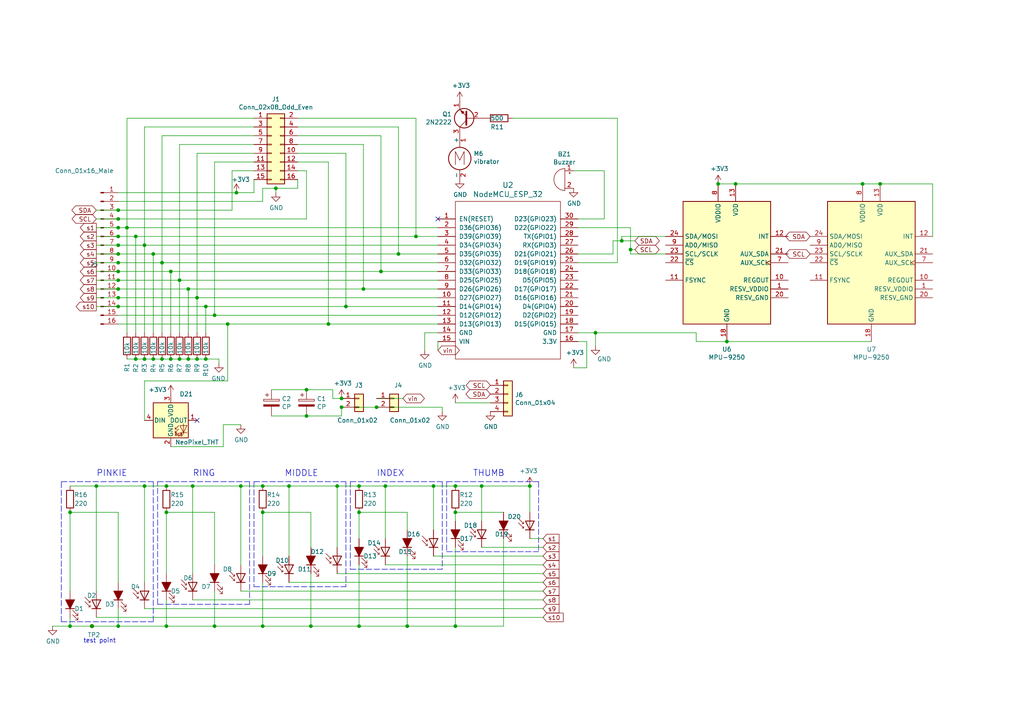
<source format=kicad_sch>
(kicad_sch (version 20211123) (generator eeschema)
  (paper "A4")
  (title_block (title "GUANTE METAVERSAL") (date "02/01/2022") (rev "V1.1"))
  (junction (at 255.27 53.34))
  (junction (at 90.17 181.61))
  (junction (at 34.29 86.36))
  (junction (at 59.69 104.14))
  (junction (at 153.67 140.97))
  (junction (at 34.29 88.9))
  (junction (at 104.14 181.61))
  (junction (at 57.15 86.36))
  (junction (at 34.29 71.12))
  (junction (at 172.72 96.52))
  (junction (at 111.76 140.97))
  (junction (at 46.99 104.14))
  (junction (at 132.08 148.59))
  (junction (at 99.06 118.11))
  (junction (at 20.32 148.59))
  (junction (at 39.37 68.58))
  (junction (at 139.7 140.97))
  (junction (at 41.91 104.14))
  (junction (at 132.08 140.97))
  (junction (at 36.83 66.04))
  (junction (at 49.53 78.74))
  (junction (at 57.15 104.14))
  (junction (at 100.33 88.9))
  (junction (at 344.17 57.15))
  (junction (at 55.88 140.97))
  (junction (at 68.58 55.88))
  (junction (at 66.04 93.98))
  (junction (at 180.34 69.85))
  (junction (at 417.83 63.5))
  (junction (at 34.29 60.96))
  (junction (at 210.82 99.06))
  (junction (at 34.29 66.04))
  (junction (at 34.29 81.28))
  (junction (at 95.25 93.98))
  (junction (at 110.49 78.74))
  (junction (at 41.91 140.97))
  (junction (at 120.65 68.58))
  (junction (at 76.2 181.61))
  (junction (at 34.29 181.61))
  (junction (at 52.07 81.28))
  (junction (at 54.61 104.14))
  (junction (at 88.9 113.03))
  (junction (at 34.29 73.66))
  (junction (at 97.79 140.97))
  (junction (at 34.29 76.2))
  (junction (at 88.9 120.65))
  (junction (at 39.37 104.14))
  (junction (at 48.26 181.61))
  (junction (at 115.57 73.66))
  (junction (at 125.73 140.97))
  (junction (at 118.11 181.61))
  (junction (at 59.69 88.9))
  (junction (at 62.23 91.44))
  (junction (at 34.29 83.82))
  (junction (at 54.61 83.82))
  (junction (at 182.88 72.39))
  (junction (at 62.23 181.61))
  (junction (at 208.28 53.34))
  (junction (at 105.41 83.82))
  (junction (at 250.19 53.34))
  (junction (at 44.45 73.66))
  (junction (at 104.14 148.59))
  (junction (at 41.91 71.12))
  (junction (at 52.07 104.14))
  (junction (at 34.29 78.74))
  (junction (at 435.61 63.5))
  (junction (at 80.01 54.61))
  (junction (at 104.14 140.97))
  (junction (at 213.36 53.34))
  (junction (at 76.2 140.97))
  (junction (at 99.06 115.57))
  (junction (at 27.94 140.97))
  (junction (at 76.2 148.59))
  (junction (at 48.26 148.59))
  (junction (at 46.99 76.2))
  (junction (at 48.26 140.97))
  (junction (at 49.53 104.14))
  (junction (at 34.29 63.5))
  (junction (at 109.22 118.11))
  (junction (at 44.45 104.14))
  (junction (at 341.63 59.69))
  (junction (at 20.32 181.61))
  (junction (at 400.05 63.5))
  (junction (at 26.67 181.61))
  (junction (at 69.85 140.97))
  (junction (at 344.17 64.77))
  (junction (at 83.82 140.97))
  (junction (at 132.08 181.61))
  (junction (at 34.29 68.58))
  (no_connect (at 57.15 121.92))
  (no_connect (at 127 63.5))
  (wire (pts (xy 48.26 140.97) (xy 41.91 140.97)))
  (wire (pts (xy 100.33 88.9) (xy 127 88.9)))
  (wire (pts (xy 48.26 166.37) (xy 48.26 148.59)))
  (wire (pts (xy 46.99 104.14) (xy 44.45 104.14)))
  (wire (pts (xy 46.99 39.37) (xy 46.99 76.2)))
  (wire (pts (xy 116.84 115.57) (xy 109.22 115.57)))
  (wire (pts (xy 48.26 181.61) (xy 62.23 181.61)))
  (wire (pts (xy 180.34 68.58) (xy 193.04 68.58)))
  (wire (pts (xy 309.88 64.77) (xy 317.5 64.77)))
  (wire (pts (xy 34.29 58.42) (xy 76.2 58.42)))
  (wire (pts (xy 20.32 179.07) (xy 20.32 181.61)))
  (wire (pts (xy 123.19 96.52) (xy 127 96.52)))
  (wire (pts (xy 167.64 96.52) (xy 172.72 96.52)))
  (wire (pts (xy 344.17 64.77) (xy 344.17 73.66)))
  (wire (pts (xy 57.15 86.36) (xy 127 86.36)))
  (wire (pts (xy 66.04 93.98) (xy 34.29 93.98)))
  (wire (pts (xy 132.08 181.61) (xy 146.05 181.61)))
  (wire (pts (xy 76.2 140.97) (xy 69.85 140.97)))
  (wire (pts (xy 55.88 140.97) (xy 48.26 140.97)))
  (wire (pts (xy 41.91 140.97) (xy 27.94 140.97)))
  (wire (pts (xy 59.69 88.9) (xy 100.33 88.9)))
  (wire (pts (xy 59.69 104.14) (xy 63.5 104.14)))
  (wire (pts (xy 34.29 71.12) (xy 41.91 71.12)))
  (wire (pts (xy 309.88 57.15) (xy 344.17 57.15)))
  (wire (pts (xy 36.83 66.04) (xy 127 66.04)))
  (wire (pts (xy 331.47 62.23) (xy 327.66 62.23)))
  (wire (pts (xy 49.53 129.54) (xy 64.77 129.54)))
  (wire (pts (xy 34.29 86.36) (xy 57.15 86.36)))
  (wire (pts (xy 27.94 179.07) (xy 157.48 179.07)))
  (wire (pts (xy 97.79 140.97) (xy 83.82 140.97)))
  (wire (pts (xy 110.49 78.74) (xy 127 78.74)))
  (wire (pts (xy 104.14 140.97) (xy 97.79 140.97)))
  (wire (pts (xy 167.64 99.06) (xy 170.18 99.06)))
  (wire (pts (xy 39.37 104.14) (xy 36.83 104.14)))
  (wire (pts (xy 36.83 66.04) (xy 36.83 96.52)))
  (wire (pts (xy 96.52 115.57) (xy 99.06 115.57)))
  (wire (pts (xy 139.7 158.75) (xy 157.48 158.75)))
  (wire (pts (xy 167.64 66.04) (xy 182.88 66.04)))
  (wire (pts (xy 132.08 140.97) (xy 125.73 140.97)))
  (wire (pts (xy 57.15 104.14) (xy 54.61 104.14)))
  (wire (pts (xy 34.29 83.82) (xy 27.94 83.82)))
  (wire (pts (xy 20.32 148.59) (xy 20.32 171.45)))
  (wire (pts (xy 26.67 181.61) (xy 34.29 181.61)))
  (wire (pts (xy 118.11 161.29) (xy 118.11 181.61)))
  (wire (pts (xy 172.72 96.52) (xy 201.93 96.52)))
  (wire (pts (xy 34.29 181.61) (xy 34.29 176.53)))
  (wire (pts (xy 34.29 66.04) (xy 27.94 66.04)))
  (wire (pts (xy 27.94 88.9) (xy 34.29 88.9)))
  (wire (pts (xy 86.36 52.07) (xy 86.36 54.61)))
  (wire (pts (xy 73.66 52.07) (xy 73.66 55.88)))
  (polyline (pts (xy 73.66 139.7) (xy 73.66 170.18)))
  (wire (pts (xy 111.76 140.97) (xy 104.14 140.97)))
  (wire (pts (xy 34.29 73.66) (xy 44.45 73.66)))
  (wire (pts (xy 184.15 72.39) (xy 182.88 72.39)))
  (wire (pts (xy 105.41 41.91) (xy 105.41 83.82)))
  (wire (pts (xy 27.94 86.36) (xy 34.29 86.36)))
  (wire (pts (xy 120.65 34.29) (xy 120.65 68.58)))
  (polyline (pts (xy 72.39 139.7) (xy 72.39 175.26)))
  (wire (pts (xy 177.8 73.66) (xy 167.64 73.66)))
  (polyline (pts (xy 73.66 139.7) (xy 100.33 139.7)))
  (polyline (pts (xy 45.72 175.26) (xy 72.39 175.26)))
  (wire (pts (xy 66.04 93.98) (xy 95.25 93.98)))
  (wire (pts (xy 180.34 69.85) (xy 180.34 68.58)))
  (wire (pts (xy 328.93 78.74) (xy 344.17 78.74)))
  (wire (pts (xy 86.36 39.37) (xy 110.49 39.37)))
  (wire (pts (xy 86.36 46.99) (xy 95.25 46.99)))
  (wire (pts (xy 80.01 54.61) (xy 80.01 55.88)))
  (wire (pts (xy 104.14 181.61) (xy 118.11 181.61)))
  (polyline (pts (xy 101.6 139.7) (xy 128.27 139.7)))
  (wire (pts (xy 62.23 91.44) (xy 127 91.44)))
  (wire (pts (xy 41.91 71.12) (xy 127 71.12)))
  (wire (pts (xy 328.93 67.31) (xy 328.93 78.74)))
  (wire (pts (xy 57.15 86.36) (xy 57.15 44.45)))
  (wire (pts (xy 104.14 148.59) (xy 118.11 148.59)))
  (wire (pts (xy 36.83 34.29) (xy 73.66 34.29)))
  (wire (pts (xy 110.49 39.37) (xy 110.49 78.74)))
  (wire (pts (xy 41.91 71.12) (xy 41.91 96.52)))
  (wire (pts (xy 76.2 148.59) (xy 90.17 148.59)))
  (wire (pts (xy 78.74 120.65) (xy 88.9 120.65)))
  (wire (pts (xy 34.29 181.61) (xy 48.26 181.61)))
  (wire (pts (xy 100.33 44.45) (xy 100.33 88.9)))
  (wire (pts (xy 349.25 64.77) (xy 344.17 64.77)))
  (wire (pts (xy 36.83 34.29) (xy 36.83 66.04)))
  (wire (pts (xy 76.2 181.61) (xy 90.17 181.61)))
  (wire (pts (xy 175.26 63.5) (xy 175.26 49.53)))
  (wire (pts (xy 96.52 113.03) (xy 96.52 115.57)))
  (wire (pts (xy 88.9 49.53) (xy 88.9 63.5)))
  (wire (pts (xy 182.88 66.04) (xy 182.88 72.39)))
  (wire (pts (xy 142.24 116.84) (xy 132.08 116.84)))
  (wire (pts (xy 69.85 171.45) (xy 157.48 171.45)))
  (wire (pts (xy 27.94 73.66) (xy 34.29 73.66)))
  (wire (pts (xy 55.88 173.99) (xy 157.48 173.99)))
  (wire (pts (xy 34.29 81.28) (xy 52.07 81.28)))
  (wire (pts (xy 55.88 166.37) (xy 55.88 140.97)))
  (wire (pts (xy 120.65 68.58) (xy 127 68.58)))
  (wire (pts (xy 208.28 53.34) (xy 213.36 53.34)))
  (wire (pts (xy 340.36 59.69) (xy 341.63 59.69)))
  (wire (pts (xy 139.7 140.97) (xy 153.67 140.97)))
  (wire (pts (xy 68.58 55.88) (xy 34.29 55.88)))
  (wire (pts (xy 34.29 78.74) (xy 49.53 78.74)))
  (wire (pts (xy 125.73 140.97) (xy 111.76 140.97)))
  (wire (pts (xy 73.66 49.53) (xy 67.31 49.53)))
  (wire (pts (xy 118.11 181.61) (xy 132.08 181.61)))
  (wire (pts (xy 139.7 151.13) (xy 139.7 140.97)))
  (wire (pts (xy 34.29 66.04) (xy 36.83 66.04)))
  (wire (pts (xy 83.82 161.29) (xy 83.82 140.97)))
  (wire (pts (xy 83.82 140.97) (xy 76.2 140.97)))
  (wire (pts (xy 166.37 49.53) (xy 175.26 49.53)))
  (wire (pts (xy 76.2 161.29) (xy 76.2 148.59)))
  (wire (pts (xy 69.85 140.97) (xy 55.88 140.97)))
  (wire (pts (xy 34.29 78.74) (xy 27.94 78.74)))
  (wire (pts (xy 41.91 71.12) (xy 41.91 36.83)))
  (wire (pts (xy 39.37 68.58) (xy 120.65 68.58)))
  (wire (pts (xy 182.88 73.66) (xy 182.88 72.39)))
  (wire (pts (xy 20.32 140.97) (xy 27.94 140.97)))
  (wire (pts (xy 167.64 76.2) (xy 179.07 76.2)))
  (wire (pts (xy 86.36 44.45) (xy 100.33 44.45)))
  (wire (pts (xy 177.8 73.66) (xy 177.8 69.85)))
  (wire (pts (xy 54.61 104.14) (xy 52.07 104.14)))
  (wire (pts (xy 88.9 113.03) (xy 78.74 113.03)))
  (wire (pts (xy 210.82 99.06) (xy 252.73 99.06)))
  (wire (pts (xy 49.53 78.74) (xy 49.53 96.52)))
  (wire (pts (xy 34.29 60.96) (xy 67.31 60.96)))
  (wire (pts (xy 111.76 156.21) (xy 111.76 140.97)))
  (wire (pts (xy 341.63 59.69) (xy 341.63 76.2)))
  (wire (pts (xy 46.99 76.2) (xy 127 76.2)))
  (wire (pts (xy 52.07 41.91) (xy 73.66 41.91)))
  (polyline (pts (xy 44.45 139.7) (xy 44.45 180.34)))
  (wire (pts (xy 52.07 81.28) (xy 52.07 96.52)))
  (wire (pts (xy 90.17 166.37) (xy 90.17 181.61)))
  (wire (pts (xy 167.64 63.5) (xy 175.26 63.5)))
  (polyline (pts (xy 17.78 180.34) (xy 17.78 139.7)))
  (wire (pts (xy 41.91 121.92) (xy 41.91 110.49)))
  (wire (pts (xy 66.04 93.98) (xy 66.04 110.49)))
  (wire (pts (xy 52.07 81.28) (xy 52.07 41.91)))
  (polyline (pts (xy 100.33 139.7) (xy 100.33 170.18)))
  (wire (pts (xy 62.23 163.83) (xy 62.23 148.59)))
  (wire (pts (xy 52.07 81.28) (xy 127 81.28)))
  (wire (pts (xy 90.17 181.61) (xy 104.14 181.61)))
  (wire (pts (xy 34.29 63.5) (xy 88.9 63.5)))
  (wire (pts (xy 27.94 63.5) (xy 34.29 63.5)))
  (wire (pts (xy 86.36 54.61) (xy 80.01 54.61)))
  (polyline (pts (xy 101.6 165.1) (xy 128.27 165.1)))
  (wire (pts (xy 170.18 106.68) (xy 170.18 99.06)))
  (wire (pts (xy 57.15 86.36) (xy 57.15 96.52)))
  (wire (pts (xy 111.76 163.83) (xy 157.48 163.83)))
  (wire (pts (xy 250.19 53.34) (xy 255.27 53.34)))
  (wire (pts (xy 20.32 181.61) (xy 26.67 181.61)))
  (wire (pts (xy 62.23 171.45) (xy 62.23 181.61)))
  (wire (pts (xy 105.41 83.82) (xy 127 83.82)))
  (wire (pts (xy 27.94 140.97) (xy 27.94 171.45)))
  (wire (pts (xy 41.91 36.83) (xy 73.66 36.83)))
  (polyline (pts (xy 156.21 139.7) (xy 156.21 160.02)))
  (wire (pts (xy 41.91 168.91) (xy 41.91 140.97)))
  (wire (pts (xy 435.61 63.5) (xy 453.39 63.5)))
  (wire (pts (xy 76.2 168.91) (xy 76.2 181.61)))
  (wire (pts (xy 153.67 148.59) (xy 153.67 140.97)))
  (wire (pts (xy 86.36 49.53) (xy 88.9 49.53)))
  (wire (pts (xy 344.17 57.15) (xy 344.17 64.77)))
  (wire (pts (xy 132.08 148.59) (xy 146.05 148.59)))
  (wire (pts (xy 34.29 83.82) (xy 54.61 83.82)))
  (wire (pts (xy 153.67 156.21) (xy 157.48 156.21)))
  (wire (pts (xy 68.58 55.88) (xy 73.66 55.88)))
  (wire (pts (xy 148.59 34.29) (xy 179.07 34.29)))
  (wire (pts (xy 99.06 120.65) (xy 99.06 118.11)))
  (wire (pts (xy 125.73 161.29) (xy 157.48 161.29)))
  (wire (pts (xy 83.82 168.91) (xy 157.48 168.91)))
  (wire (pts (xy 34.29 76.2) (xy 27.94 76.2)))
  (wire (pts (xy 86.36 36.83) (xy 115.57 36.83)))
  (wire (pts (xy 99.06 118.11) (xy 109.22 118.11)))
  (wire (pts (xy 341.63 59.69) (xy 346.71 59.69)))
  (wire (pts (xy 327.66 67.31) (xy 328.93 67.31)))
  (wire (pts (xy 34.29 168.91) (xy 34.29 148.59)))
  (wire (pts (xy 86.36 34.29) (xy 120.65 34.29)))
  (polyline (pts (xy 101.6 139.7) (xy 101.6 165.1)))
  (wire (pts (xy 27.94 81.28) (xy 34.29 81.28)))
  (wire (pts (xy 41.91 176.53) (xy 157.48 176.53)))
  (wire (pts (xy 97.79 158.75) (xy 97.79 140.97)))
  (wire (pts (xy 63.5 104.14) (xy 63.5 105.41)))
  (wire (pts (xy 95.25 93.98) (xy 127 93.98)))
  (wire (pts (xy 193.04 73.66) (xy 182.88 73.66)))
  (wire (pts (xy 52.07 104.14) (xy 49.53 104.14)))
  (wire (pts (xy 62.23 181.61) (xy 76.2 181.61)))
  (wire (pts (xy 46.99 76.2) (xy 46.99 96.52)))
  (wire (pts (xy 127 101.6) (xy 127 99.06)))
  (wire (pts (xy 146.05 181.61) (xy 146.05 156.21)))
  (wire (pts (xy 340.36 62.23) (xy 340.36 59.69)))
  (wire (pts (xy 166.37 106.68) (xy 170.18 106.68)))
  (wire (pts (xy 417.83 63.5) (xy 435.61 63.5)))
  (wire (pts (xy 34.29 68.58) (xy 39.37 68.58)))
  (wire (pts (xy 34.29 71.12) (xy 27.94 71.12)))
  (wire (pts (xy 255.27 53.34) (xy 270.51 53.34)))
  (polyline (pts (xy 17.78 180.34) (xy 44.45 180.34)))
  (wire (pts (xy 201.93 96.52) (xy 201.93 99.06)))
  (polyline (pts (xy 128.27 139.7) (xy 128.27 165.1)))
  (wire (pts (xy 118.11 153.67) (xy 118.11 148.59)))
  (wire (pts (xy 213.36 53.34) (xy 250.19 53.34)))
  (wire (pts (xy 184.15 69.85) (xy 180.34 69.85)))
  (polyline (pts (xy 73.66 170.18) (xy 100.33 170.18)))
  (wire (pts (xy 172.72 96.52) (xy 172.72 100.33)))
  (wire (pts (xy 73.66 46.99) (xy 62.23 46.99)))
  (polyline (pts (xy 129.54 139.7) (xy 156.21 139.7)))
  (wire (pts (xy 125.73 153.67) (xy 125.73 140.97)))
  (wire (pts (xy 54.61 83.82) (xy 54.61 96.52)))
  (wire (pts (xy 201.93 99.06) (xy 210.82 99.06)))
  (wire (pts (xy 44.45 104.14) (xy 41.91 104.14)))
  (wire (pts (xy 15.24 181.61) (xy 20.32 181.61)))
  (wire (pts (xy 344.17 76.2) (xy 341.63 76.2)))
  (wire (pts (xy 48.26 148.59) (xy 62.23 148.59)))
  (wire (pts (xy 20.32 148.59) (xy 34.29 148.59)))
  (wire (pts (xy 27.94 68.58) (xy 34.29 68.58)))
  (wire (pts (xy 57.15 44.45) (xy 73.66 44.45)))
  (wire (pts (xy 86.36 41.91) (xy 105.41 41.91)))
  (wire (pts (xy 76.2 54.61) (xy 80.01 54.61)))
  (wire (pts (xy 339.09 62.23) (xy 340.36 62.23)))
  (wire (pts (xy 69.85 163.83) (xy 69.85 140.97)))
  (wire (pts (xy 139.7 140.97) (xy 132.08 140.97)))
  (wire (pts (xy 123.19 101.6) (xy 123.19 96.52)))
  (wire (pts (xy 44.45 73.66) (xy 44.45 96.52)))
  (wire (pts (xy 179.07 76.2) (xy 179.07 34.29)))
  (wire (pts (xy 104.14 156.21) (xy 104.14 148.59)))
  (wire (pts (xy 49.53 78.74) (xy 110.49 78.74)))
  (wire (pts (xy 41.91 110.49) (xy 66.04 110.49)))
  (wire (pts (xy 62.23 46.99) (xy 62.23 91.44)))
  (wire (pts (xy 54.61 83.82) (xy 105.41 83.82)))
  (wire (pts (xy 64.77 123.19) (xy 69.85 123.19)))
  (polyline (pts (xy 17.78 139.7) (xy 44.45 139.7)))
  (wire (pts (xy 97.79 166.37) (xy 157.48 166.37)))
  (wire (pts (xy 59.69 104.14) (xy 57.15 104.14)))
  (wire (pts (xy 49.53 104.14) (xy 46.99 104.14)))
  (polyline (pts (xy 129.54 160.02) (xy 156.21 160.02)))
  (wire (pts (xy 177.8 69.85) (xy 180.34 69.85)))
  (wire (pts (xy 90.17 158.75) (xy 90.17 148.59)))
  (polyline (pts (xy 45.72 139.7) (xy 72.39 139.7)))
  (wire (pts (xy 132.08 158.75) (xy 132.08 181.61)))
  (wire (pts (xy 109.22 118.11) (xy 128.27 118.11)))
  (wire (pts (xy 44.45 73.66) (xy 115.57 73.66)))
  (wire (pts (xy 270.51 68.58) (xy 270.51 53.34)))
  (wire (pts (xy 34.29 88.9) (xy 59.69 88.9)))
  (wire (pts (xy 62.23 91.44) (xy 34.29 91.44)))
  (wire (pts (xy 39.37 68.58) (xy 39.37 96.52)))
  (wire (pts (xy 34.29 76.2) (xy 46.99 76.2)))
  (wire (pts (xy 73.66 39.37) (xy 46.99 39.37)))
  (wire (pts (xy 104.14 163.83) (xy 104.14 181.61)))
  (wire (pts (xy 115.57 36.83) (xy 115.57 73.66)))
  (wire (pts (xy 88.9 113.03) (xy 96.52 113.03)))
  (wire (pts (xy 48.26 173.99) (xy 48.26 181.61)))
  (wire (pts (xy 128.27 118.11) (xy 128.27 119.38)))
  (wire (pts (xy 400.05 63.5) (xy 417.83 63.5)))
  (wire (pts (xy 132.08 151.13) (xy 132.08 148.59)))
  (wire (pts (xy 64.77 129.54) (xy 64.77 123.19)))
  (wire (pts (xy 34.29 60.96) (xy 27.94 60.96)))
  (wire (pts (xy 59.69 88.9) (xy 59.69 96.52)))
  (polyline (pts (xy 45.72 175.26) (xy 45.72 139.7)))
  (wire (pts (xy 41.91 104.14) (xy 39.37 104.14)))
  (polyline (pts (xy 129.54 139.7) (xy 129.54 160.02)))
  (wire (pts (xy 76.2 58.42) (xy 76.2 54.61)))
  (wire (pts (xy 95.25 46.99) (xy 95.25 93.98)))
  (wire (pts (xy 67.31 49.53) (xy 67.31 60.96)))
  (wire (pts (xy 88.9 120.65) (xy 99.06 120.65)))
  (wire (pts (xy 344.17 57.15) (xy 346.71 57.15)))
  (wire (pts (xy 382.27 63.5) (xy 400.05 63.5)))
  (wire (pts (xy 115.57 73.66) (xy 127 73.66)))
  (text "test point\n" (at 24.13 186.69 0) (effects (font (size 1.27 1.27)) (justify left bottom)))
  (text " " (at 205.74 194.31 0) (effects (font (size 1.27 1.27)) (justify left bottom)))
  (text "MIDDLE" (at 82.55 138.43 0) (effects (font (size 1.8034 1.8034)) (justify left bottom)))
  (text "RING" (at 55.88 138.43 0) (effects (font (size 1.8034 1.8034)) (justify left bottom)))
  (text "PINKIE" (at 27.94 138.43 0) (effects (font (size 1.8034 1.8034)) (justify left bottom)))
  (text "INDEX" (at 109.22 138.43 0) (effects (font (size 1.8034 1.8034)) (justify left bottom)))
  (text "THUMB" (at 137.16 138.43 0) (effects (font (size 1.8034 1.8034)) (justify left bottom)))
  (label "GND" (at 353.06 74.93 0))
  (label "OUTPUT" (at 353.06 80.01 0))
  (label "INPUT" (at 353.06 77.47 0))
  (global_label "s8" (shape output) (at 27.94 83.82 180) (property "Intersheet References" "${INTERSHEET_REFS}" (effects hide)))
  (global_label "s3" (shape input) (at 157.48 161.29 0) (property "Intersheet References" "${INTERSHEET_REFS}" (effects hide)))
  (global_label "s4" (shape output) (at 27.94 73.66 180) (property "Intersheet References" "${INTERSHEET_REFS}" (effects hide)))
  (global_label "s6" (shape input) (at 157.48 168.91 0) (property "Intersheet References" "${INTERSHEET_REFS}" (effects hide)))
  (global_label "s4" (shape input) (at 157.48 163.83 0) (property "Intersheet References" "${INTERSHEET_REFS}" (effects hide)))
  (global_label "s2" (shape output) (at 27.94 68.58 180) (property "Intersheet References" "${INTERSHEET_REFS}" (effects hide)))
  (global_label "s9" (shape input) (at 157.48 176.53 0) (property "Intersheet References" "${INTERSHEET_REFS}" (effects hide)))
  (global_label "s5" (shape input) (at 157.48 166.37 0) (property "Intersheet References" "${INTERSHEET_REFS}" (effects hide)))
  (global_label "s3" (shape output) (at 27.94 71.12 180) (property "Intersheet References" "${INTERSHEET_REFS}" (effects hide)))
  (global_label "s7" (shape output) (at 27.94 81.28 180) (property "Intersheet References" "${INTERSHEET_REFS}" (effects hide)))
  (global_label "SCL" (shape bidirectional) (at 184.15 72.39 0) (property "Intersheet References" "${INTERSHEET_REFS}" (effects hide)))
  (global_label "SDA" (shape bidirectional) (at 234.95 68.58 180) (property "Intersheet References" "${INTERSHEET_REFS}" (effects hide)))
  (global_label "s5" (shape output) (at 27.94 76.2 180) (property "Intersheet References" "${INTERSHEET_REFS}" (effects hide)))
  (global_label "s9" (shape output) (at 27.94 86.36 180) (property "Intersheet References" "${INTERSHEET_REFS}" (effects hide)))
  (global_label "s6" (shape output) (at 27.94 78.74 180) (property "Intersheet References" "${INTERSHEET_REFS}" (effects hide)))
  (global_label "SCL" (shape bidirectional) (at 142.24 111.76 180) (property "Intersheet References" "${INTERSHEET_REFS}" (effects hide)))
  (global_label "vin" (shape bidirectional) (at 116.84 115.57 0) (property "Intersheet References" "${INTERSHEET_REFS}" (effects hide)))
  (global_label "SDA" (shape bidirectional) (at 142.24 114.3 180) (property "Intersheet References" "${INTERSHEET_REFS}" (effects hide)))
  (global_label "SDA" (shape bidirectional) (at 184.15 69.85 0) (property "Intersheet References" "${INTERSHEET_REFS}" (effects hide)))
  (global_label "SDA" (shape bidirectional) (at 27.94 60.96 180) (property "Intersheet References" "${INTERSHEET_REFS}" (effects hide)))
  (global_label "s8" (shape input) (at 157.48 173.99 0) (property "Intersheet References" "${INTERSHEET_REFS}" (effects hide)))
  (global_label "SCL" (shape bidirectional) (at 234.95 73.66 180) (property "Intersheet References" "${INTERSHEET_REFS}" (effects hide)))
  (global_label "s1" (shape input) (at 157.48 156.21 0) (property "Intersheet References" "${INTERSHEET_REFS}" (effects hide)))
  (global_label "s7" (shape input) (at 157.48 171.45 0) (property "Intersheet References" "${INTERSHEET_REFS}" (effects hide)))
  (global_label "s10" (shape output) (at 27.94 88.9 180) (property "Intersheet References" "${INTERSHEET_REFS}" (effects hide)))
  (global_label "vin" (shape bidirectional) (at 127 101.6 0) (property "Intersheet References" "${INTERSHEET_REFS}" (effects hide)))
  (global_label "s10" (shape input) (at 157.48 179.07 0) (property "Intersheet References" "${INTERSHEET_REFS}" (effects hide)))
  (global_label "SCL" (shape bidirectional) (at 27.94 63.5 180) (property "Intersheet References" "${INTERSHEET_REFS}" (effects hide)))
  (global_label "s2" (shape input) (at 157.48 158.75 0) (property "Intersheet References" "${INTERSHEET_REFS}" (effects hide)))
  (global_label "s1" (shape output) (at 27.94 66.04 180) (property "Intersheet References" "${INTERSHEET_REFS}" (effects hide)))
  (symbol (lib_id "Device:D_Photo") (at 153.67 151.13 90) (unit 1)
    (property "Reference" "D20" (at 151.13 149.86 90) (effects (justify left)))
    (property "Value" "Receptor" (effects hide))
  )
  (symbol (lib_id "Device:LED_ALT") (at 146.05 152.4 90) (unit 1)
    (property "Reference" "D19" (at 143.51 154.94 90) (effects (justify right)))
    (property "Value" "Emisor" (effects hide))
  )
  (symbol (lib_id "Device:R") (at 36.83 100.33 180) (unit 1)
    (property "Reference" "R1" (at 36.83 107.95 90) (effects (justify right)))
    (property "Value" "10k" (at 36.83 102.87 90) (effects (justify right)))
    (property "Footprint" "Resistor_THT:R_Axial_DIN0207_L6.3mm_D2.5mm_P7.62mm_Horizontal" (effects hide))
  )
  (symbol (lib_id "Device:R") (at 39.37 100.33 0) (unit 1)
    (property "Reference" "R2" (at 39.37 105.41 90) (effects (justify right)))
    (property "Value" "10k" (at 39.37 99.06 90) (effects (justify right)))
    (property "Footprint" "Resistor_THT:R_Axial_DIN0207_L6.3mm_D2.5mm_P7.62mm_Horizontal" (effects hide))
  )
  (symbol (lib_id "Device:R") (at 41.91 100.33 0) (unit 1)
    (property "Reference" "R3" (at 41.91 105.41 90) (effects (justify right)))
    (property "Value" "10k" (at 41.91 99.06 90) (effects (justify right)))
    (property "Footprint" "Resistor_THT:R_Axial_DIN0207_L6.3mm_D2.5mm_P7.62mm_Horizontal" (effects hide))
  )
  (symbol (lib_id "Device:R") (at 44.45 100.33 0) (unit 1)
    (property "Reference" "R4" (at 44.45 105.41 90) (effects (justify right)))
    (property "Value" "10k" (at 44.45 99.06 90) (effects (justify right)))
    (property "Footprint" "Resistor_THT:R_Axial_DIN0207_L6.3mm_D2.5mm_P7.62mm_Horizontal" (effects hide))
  )
  (symbol (lib_id "Device:R") (at 46.99 100.33 0) (unit 1)
    (property "Reference" "R5" (at 46.99 105.41 90) (effects (justify right)))
    (property "Value" "10k" (at 46.99 99.06 90) (effects (justify right)))
    (property "Footprint" "Resistor_THT:R_Axial_DIN0207_L6.3mm_D2.5mm_P7.62mm_Horizontal" (effects hide))
  )
  (symbol (lib_id "Device:R") (at 49.53 100.33 0) (unit 1)
    (property "Reference" "R6" (at 49.53 105.41 90) (effects (justify right)))
    (property "Value" "10k" (at 49.53 99.06 90) (effects (justify right)))
    (property "Footprint" "Resistor_THT:R_Axial_DIN0207_L6.3mm_D2.5mm_P7.62mm_Horizontal" (effects hide))
  )
  (symbol (lib_id "Device:R") (at 52.07 100.33 0) (unit 1)
    (property "Reference" "R7" (at 52.07 105.41 90) (effects (justify right)))
    (property "Value" "10k" (at 52.07 99.06 90) (effects (justify right)))
    (property "Footprint" "Resistor_THT:R_Axial_DIN0207_L6.3mm_D2.5mm_P7.62mm_Horizontal" (effects hide))
  )
  (symbol (lib_id "Device:R") (at 54.61 100.33 0) (unit 1)
    (property "Reference" "R8" (at 54.61 105.41 90) (effects (justify right)))
    (property "Value" "10k" (at 54.61 99.06 90) (effects (justify right)))
    (property "Footprint" "Resistor_THT:R_Axial_DIN0207_L6.3mm_D2.5mm_P7.62mm_Horizontal" (effects hide))
  )
  (symbol (lib_id "Device:R") (at 57.15 100.33 0) (unit 1)
    (property "Reference" "R9" (at 57.15 105.41 90) (effects (justify right)))
    (property "Value" "10k" (at 57.15 99.06 90) (effects (justify right)))
    (property "Footprint" "Resistor_THT:R_Axial_DIN0207_L6.3mm_D2.5mm_P7.62mm_Horizontal" (effects hide))
  )
  (symbol (lib_id "Device:R") (at 59.69 100.33 0) (unit 1)
    (property "Reference" "R10" (at 59.69 105.41 90) (effects (justify right)))
    (property "Value" "10k" (at 59.69 99.06 90) (effects (justify right)))
    (property "Footprint" "Resistor_THT:R_Axial_DIN0207_L6.3mm_D2.5mm_P7.62mm_Horizontal" (effects hide))
  )
  (symbol (lib_id "power:+3.3V") (at 153.67 140.97 0) (mirror y) (unit 1)
    (property "Reference" "#PWR03" (effects hide))
    (property "Value" "+3.3V" (at 153.289 136.5758 0))
  )
  (symbol (lib_id "power:GND") (at 63.5 105.41 0) (mirror y) (unit 1)
    (property "Reference" "#PWR04" (effects hide))
    (property "Value" "GND" (at 63.373 109.8042 0))
  )
  (symbol (lib_id "Device:D_Photo") (at 139.7 153.67 90) (unit 1)
    (property "Reference" "D18" (at 138.43 152.4 90) (effects (justify left)))
    (property "Value" "Receptor" (effects hide))
  )
  (symbol (lib_id "Device:LED_ALT") (at 132.08 154.94 90) (unit 1)
    (property "Reference" "D17" (at 133.35 156.21 90) (effects (justify right)))
    (property "Value" "Emisor" (effects hide))
  )
  (symbol (lib_id "Device:D_Photo") (at 125.73 156.21 90) (unit 1)
    (property "Reference" "D16" (at 121.92 154.94 90) (effects (justify left)))
    (property "Value" "Receptor" (effects hide))
  )
  (symbol (lib_id "Device:LED_ALT") (at 118.11 157.48 90) (unit 1)
    (property "Reference" "D15" (at 115.57 160.02 90) (effects (justify right)))
    (property "Value" "Emisor" (effects hide))
  )
  (symbol (lib_id "Device:D_Photo") (at 111.76 158.75 90) (unit 1)
    (property "Reference" "D14" (at 110.49 157.48 90) (effects (justify left)))
    (property "Value" "Receptor" (effects hide))
  )
  (symbol (lib_id "Device:LED_ALT") (at 104.14 160.02 90) (unit 1)
    (property "Reference" "D13" (at 105.41 161.29 90) (effects (justify right)))
    (property "Value" "Emisor" (effects hide))
  )
  (symbol (lib_id "Device:D_Photo") (at 97.79 161.29 90) (unit 1)
    (property "Reference" "D12" (at 93.98 160.02 90) (effects (justify left)))
    (property "Value" "Receptor" (effects hide))
  )
  (symbol (lib_id "Device:LED_ALT") (at 90.17 162.56 90) (unit 1)
    (property "Reference" "D11" (at 86.36 165.1 90) (effects (justify right)))
    (property "Value" "Emisor" (effects hide))
  )
  (symbol (lib_id "Device:D_Photo") (at 83.82 163.83 90) (unit 1)
    (property "Reference" "D10" (at 83.82 162.56 90) (effects (justify left)))
    (property "Value" "Receptor" (effects hide))
  )
  (symbol (lib_id "Device:LED_ALT") (at 76.2 165.1 90) (unit 1)
    (property "Reference" "D9" (at 77.47 166.37 90) (effects (justify right)))
    (property "Value" "Emisor" (effects hide))
  )
  (symbol (lib_id "Device:D_Photo") (at 69.85 166.37 90) (unit 1)
    (property "Reference" "D8" (at 67.31 165.1 90) (effects (justify left)))
    (property "Value" "Receptor" (effects hide))
  )
  (symbol (lib_id "Device:LED_ALT") (at 62.23 167.64 90) (unit 1)
    (property "Reference" "D7" (at 58.42 170.18 90) (effects (justify right)))
    (property "Value" "Emisor" (effects hide))
  )
  (symbol (lib_id "power:GND") (at 172.72 100.33 0) (unit 1)
    (property "Reference" "#PWR08" (effects hide))
    (property "Value" "GND" (at 175.26 104.14 0))
  )
  (symbol (lib_id "power:+3.3V") (at 166.37 106.68 0) (unit 1)
    (property "Reference" "#PWR07" (effects hide))
    (property "Value" "+3.3V" (at 166.751 102.2858 0))
  )
  (symbol (lib_id "Device:D_Photo") (at 55.88 168.91 90) (unit 1)
    (property "Reference" "D6" (at 55.88 167.64 90) (effects (justify left)))
    (property "Value" "Receptor" (effects hide))
  )
  (symbol (lib_id "Device:LED_ALT") (at 48.26 170.18 90) (unit 1)
    (property "Reference" "D5" (at 49.53 171.45 90) (effects (justify right)))
    (property "Value" "Emisor" (effects hide))
  )
  (symbol (lib_id "Device:D_Photo") (at 41.91 171.45 90) (unit 1)
    (property "Reference" "D4" (at 40.64 170.18 90) (effects (justify left)))
    (property "Value" "Receptor" (effects hide))
    (property "Footprint" "LED_THT:LED_D1.8mm_W3.3mm_H2.4mm" (effects hide))
  )
  (symbol (lib_id "Device:LED_ALT") (at 34.29 172.72 90) (unit 1)
    (property "Reference" "D3" (at 30.48 175.26 90) (effects (justify right)))
    (property "Value" "Emisor" (effects hide))
    (property "Footprint" "LED_THT:LED_D1.8mm_W3.3mm_H2.4mm" (effects hide))
  )
  (symbol (lib_id "Device:D_Photo") (at 27.94 173.99 90) (unit 1)
    (property "Reference" "D2" (at 27.94 172.72 90) (effects (justify left)))
    (property "Value" "Receptor" (effects hide))
    (property "Footprint" "LED_THT:LED_D1.8mm_W3.3mm_H2.4mm" (effects hide))
  )
  (symbol (lib_id "Device:LED_ALT") (at 20.32 175.26 90) (unit 1)
    (property "Reference" "D1" (at 21.59 176.53 90) (effects (justify right)))
    (property "Value" "Emisor" (effects hide))
    (property "Footprint" "LED_THT:LED_D1.8mm_W3.3mm_H2.4mm" (effects hide))
  )
  (symbol (lib_id "LED:NeoPixel_THT") (at 49.53 121.92 0) (unit 1)
    (property "Reference" "D21" (at 52.07 114.3 0) (effects (justify left)))
    (property "Value" "NeoPixel_THT" (at 50.8 128.27 0) (effects (justify left)))
    (property "Datasheet" "https://www.adafruit.com/product/1938" (effects hide))
  )
  (symbol (lib_id "power:GND") (at 69.85 123.19 0) (unit 1)
    (property "Reference" "#PWR05" (effects hide))
    (property "Value" "GND" (at 69.977 127.5842 0))
  )
  (symbol (lib_id "power:+3.3V") (at 49.53 114.3 0) (unit 1)
    (property "Reference" "#PWR06" (effects hide))
    (property "Value" "+3.3V" (at 45.72 113.03 0))
  )
  (symbol (lib_id "Motor:Motor_DC") (at 133.35 44.45 0) (unit 1)
    (property "Reference" "M6" (at 137.3632 44.5516 0) (effects (justify left)))
    (property "Value" "vibrator" (at 137.3632 46.863 0) (effects (justify left)))
    (property "Footprint" "Connector_PinHeader_2.54mm:PinHeader_1x02_P2.54mm_Vertical" (effects hide))
  )
  (symbol (lib_id "Device:R") (at 144.78 34.29 270) (unit 1)
    (property "Reference" "R11" (at 142.24 36.83 90) (effects (justify left)))
    (property "Value" "500" (at 142.24 34.29 90) (effects (justify left)))
    (property "Footprint" "Resistor_THT:R_Axial_DIN0207_L6.3mm_D2.5mm_P7.62mm_Horizontal" (effects hide))
  )
  (symbol (lib_id "power:+3V3") (at 133.35 29.21 0) (unit 1)
    (property "Reference" "#PWR01" (effects hide))
    (property "Value" "+3V3" (at 133.731 24.8158 0))
  )
  (symbol (lib_id "power:GND") (at 133.35 52.07 0) (unit 1)
    (property "Reference" "#PWR02" (effects hide))
    (property "Value" "GND" (at 133.477 56.4642 0))
  )
  (symbol (lib_id "Transistor_BJT:2N2219") (at 135.89 34.29 180) (unit 1)
    (property "Reference" "Q1" (at 131.0386 33.1216 0) (effects (justify left)))
    (property "Value" "2N2222" (at 131.0386 35.433 0) (effects (justify left)))
    (property "Footprint" "Connector_PinHeader_2.54mm:PinHeader_1x03_P2.54mm_Vertical" (effects hide))
    (property "Datasheet" "http://www.onsemi.com/pub_link/Collateral/2N2219-D.PDF" (effects hide))
  )
  (symbol (lib_id "power:GND") (at 15.24 181.61 0) (unit 1)
    (property "Reference" "#PWR09" (effects hide))
    (property "Value" "GND" (at 15.367 186.0042 0))
  )
  (symbol (lib_id "power:GND") (at 80.01 55.88 0) (unit 1)
    (property "Reference" "#PWR010" (effects hide))
    (property "Value" "GND" (at 80.137 60.2742 0))
  )
  (symbol (lib_id "guante-metaversal-rescue:TestPoint_Small-Connector-guante-metaversal-rescue") (at 26.67 181.61 0) (unit 1)
    (property "Reference" "TP2" (at 25.4 184.15 0) (effects (justify left)))
    (property "Value" " " (at 27.8892 182.753 0) (effects (justify left)))
    (property "Footprint" "Connector_PinHeader_2.54mm:PinHeader_1x01_P2.54mm_Vertical" (effects hide))
  )
  (symbol (lib_id "74xx:CD74HC4067M") (at 457.2 125.73 0) (unit 1)
    (property "Reference" "U5" (at 457.2 95.7326 0))
    (property "Value" "CD74HC4067M" (at 457.2 98.044 0))
    (property "Footprint" "Package_SO:SOIC-24W_7.5x15.4mm_P1.27mm" (effects hide))
    (property "Datasheet" "http://www.ti.com/lit/ds/symlink/cd74hc4067.pdf" (effects hide))
  )
  (symbol (lib_id "Device:Buzzer") (at 163.83 52.07 0) (mirror y) (unit 1)
    (property "Reference" "BZ1" (at 163.703 44.704 0))
    (property "Value" "Buzzer" (at 163.703 47.0154 0))
    (property "Footprint" "Buzzer_Beeper:Buzzer_12x9.5RM7.6" (effects hide))
  )
  (symbol (lib_id "ESP8266_NODEMCU:NodeMCU_ESP_32") (at 147.32 81.28 0) (unit 1)
    (property "Reference" "U2" (at 147.32 53.6702 0) (effects (font (size 1.524 1.524))))
    (property "Value" "NodeMCU_ESP_32" (at 147.32 56.3626 0) (effects (font (size 1.524 1.524))))
    (property "Footprint" "Module:NodeMCU_ESP32" (effects hide))
  )
  (symbol (lib_id "power:GND") (at 166.37 54.61 0) (unit 1)
    (property "Reference" "#PWR011" (effects hide))
    (property "Value" "GND" (at 166.497 59.0042 0))
  )
  (symbol (lib_id "Driver_LED:PCA9685BS") (at 359.41 133.35 0) (unit 1)
    (property "Reference" "U1" (at 359.41 103.3526 0))
    (property "Value" "PCA9685BS" (at 359.41 105.664 0))
    (property "Footprint" "Package_DFN_QFN:QFN-28-1EP_6x6mm_P0.65mm_EP4.25x4.25mm" (effects hide))
    (property "Datasheet" "http://www.nxp.com/documents/data_sheet/PCA9685.pdf" (effects hide))
  )
  (symbol (lib_id "Device:Battery_Cell") (at 309.88 59.69 0) (mirror x) (unit 1)
    (property "Reference" "BT1" (at 306.07 58.42 0) (effects (justify left)))
    (property "Value" "Battery_Cell" (at 306.07 67.31 0) (effects (justify left)))
    (property "Footprint" "Connector_PinSocket_2.54mm:PinSocket_1x02_P2.54mm_Vertical" (effects hide))
  )
  (symbol (lib_id "Switch:SW_DPDT_x2") (at 322.58 64.77 0) (unit 1)
    (property "Reference" "SW1" (at 323.85 58.42 0))
    (property "Value" "SW_DPDT_x2" (at 322.58 60.96 0))
    (property "Footprint" "Connector_PinHeader_2.54mm:PinHeader_1x03_P2.54mm_Vertical" (effects hide))
  )
  (symbol (lib_id "Device:R") (at 132.08 144.78 0) (mirror y) (unit 1)
    (property "Reference" "R12" (at 137.16 143.51 0) (effects (justify left)))
    (property "Value" "220" (at 137.16 146.05 0) (effects (justify left)))
  )
  (symbol (lib_id "Device:R") (at 104.14 144.78 0) (mirror y) (unit 1)
    (property "Reference" "R13" (at 109.22 143.51 0) (effects (justify left)))
    (property "Value" "220" (at 109.22 146.05 0) (effects (justify left)))
  )
  (symbol (lib_id "Connector_Generic:Conn_01x02") (at 114.3 115.57 0) (unit 1)
    (property "Reference" "J4" (at 114.3 111.76 0) (effects (justify left)))
    (property "Value" "Conn_01x02" (at 113.03 121.92 0) (effects (justify left)))
    (property "Footprint" "Connector_PinHeader_2.54mm:PinHeader_1x02_P2.54mm_Vertical" (effects hide))
  )
  (symbol (lib_id "Connector_Generic:Conn_01x02") (at 104.14 115.57 0) (unit 1)
    (property "Reference" "J3" (at 102.87 111.76 0) (effects (justify left)))
    (property "Value" "Conn_01x02" (at 97.79 121.92 0) (effects (justify left)))
    (property "Footprint" "Connector_PinHeader_2.54mm:PinHeader_1x02_P2.54mm_Vertical" (effects hide))
  )
  (symbol (lib_id "Device:R") (at 76.2 144.78 0) (mirror y) (unit 1)
    (property "Reference" "R14" (at 81.28 143.51 0) (effects (justify left)))
    (property "Value" "220" (at 81.28 146.05 0) (effects (justify left)))
  )
  (symbol (lib_id "Device:R") (at 48.26 144.78 0) (mirror y) (unit 1)
    (property "Reference" "R15" (at 53.34 143.51 0) (effects (justify left)))
    (property "Value" "220" (at 53.34 146.05 0) (effects (justify left)))
  )
  (symbol (lib_id "power:GND") (at 128.27 119.38 0) (unit 1)
    (property "Reference" "#PWR013" (effects hide))
    (property "Value" "GND" (at 128.397 123.7742 0))
  )
  (symbol (lib_id "power:+3V3") (at 99.06 115.57 0) (unit 1)
    (property "Reference" "#PWR012" (effects hide))
    (property "Value" "+3V3" (at 99.441 111.1758 0))
  )
  (symbol (lib_id "Device:R") (at 20.32 144.78 0) (mirror y) (unit 1)
    (property "Reference" "R16" (at 25.4 143.51 0) (effects (justify left)))
    (property "Value" "220" (at 25.4 146.05 0) (effects (justify left)))
    (property "Footprint" "Resistor_THT:R_Axial_DIN0207_L6.3mm_D2.5mm_P7.62mm_Horizontal" (effects hide))
  )
  (symbol (lib_id "Sensor_Motion:MPU-9250") (at 210.82 76.2 0) (unit 1)
    (property "Reference" "U6" (at 210.82 101.3206 0))
    (property "Value" "MPU-9250" (at 210.82 103.632 0))
    (property "Footprint" "Module:MPU-9250" (effects hide))
    (property "Datasheet" "https://store.invensense.com/datasheets/invensense/MPU9250REV1.0.pdf" (effects hide))
  )
  (symbol (lib_id "Sensor_Motion:MPU-9250") (at 252.73 76.2 0) (unit 1)
    (property "Reference" "U7" (at 252.73 101.3206 0))
    (property "Value" "MPU-9250" (at 252.73 103.632 0))
    (property "Footprint" "Module:MPU-9250" (effects hide))
    (property "Datasheet" "https://store.invensense.com/datasheets/invensense/MPU9250REV1.0.pdf" (effects hide))
  )
  (symbol (lib_id "Connector_Generic:Conn_01x03") (at 349.25 76.2 0) (unit 1)
    (property "Reference" "J2" (at 347.98 81.28 0) (effects (justify left)))
    (property "Value" "Conn_01x03" (at 346.71 83.82 0) (effects (justify left)))
    (property "Footprint" "Connector_PinHeader_2.54mm:PinHeader_1x03_P2.54mm_Vertical" (effects hide))
  )
  (symbol (lib_id "Connector:Conn_01x16_Male") (at 29.21 73.66 0) (unit 1)
    (property "Reference" "J5" (at 28.4988 76.6572 0) (effects (justify right)))
    (property "Value" "Conn_01x16_Male" (at 33.02 49.53 0) (effects (justify right)))
    (property "Footprint" "Connector_PinSocket_2.54mm:PinSocket_1x16_P2.54mm_Vertical" (effects hide))
  )
  (symbol (lib_id "power:+3.3V") (at 68.58 55.88 0) (unit 1)
    (property "Reference" "#PWR0101" (effects hide))
    (property "Value" "+3.3V" (at 69.85 52.07 0))
  )
  (symbol (lib_id "Simulation_SPICE:DIODE") (at 335.28 62.23 0) (unit 1)
    (property "Reference" "D22" (at 335.28 64.77 0))
    (property "Value" "DIODE" (at 336.55 59.69 0))
    (property "Footprint" "Diode_THT:D_T-1_P2.54mm_Vertical_AnodeUp" (effects hide))
    (property "Spice_Netlist_Enabled" "Y" (effects hide))
    (property "Spice_Primitive" "D" (effects hide))
  )
  (symbol (lib_id "Device:CP") (at 88.9 116.84 0) (unit 1)
    (property "Reference" "C1" (at 91.8972 115.6716 0) (effects (justify left)))
    (property "Value" "CP" (at 91.8972 117.983 0) (effects (justify left)))
    (property "Footprint" "Capacitor_THT:CP_Radial_D5.0mm_P2.50mm" (effects hide))
  )
  (symbol (lib_id "power:+3.3V") (at 208.28 53.34 0) (unit 1)
    (property "Reference" "#PWR0104" (effects hide))
    (property "Value" "+3.3V" (at 208.661 48.9458 0))
  )
  (symbol (lib_id "Device:CP") (at 78.74 116.84 0) (unit 1)
    (property "Reference" "C2" (at 81.7372 115.6716 0) (effects (justify left)))
    (property "Value" "CP" (at 81.7372 117.983 0) (effects (justify left)))
    (property "Footprint" "Capacitor_THT:CP_Radial_D5.0mm_P2.50mm" (effects hide))
  )
  (symbol (lib_id "power:GND") (at 123.19 101.6 0) (unit 1)
    (property "Reference" "#PWR0102" (effects hide))
    (property "Value" "GND" (at 123.317 105.9942 0))
  )
  (symbol (lib_id "Connector_Generic:Conn_01x04") (at 147.32 114.3 0) (unit 1)
    (property "Reference" "J6" (at 149.352 114.5032 0) (effects (justify left)))
    (property "Value" "Conn_01x04" (at 149.352 116.8146 0) (effects (justify left)))
    (property "Footprint" "Connector_PinSocket_2.54mm:PinSocket_1x04_P2.54mm_Vertical" (effects hide))
  )
  (symbol (lib_id "power:+3.3V") (at 132.08 116.84 0) (unit 1)
    (property "Reference" "#PWR014" (effects hide))
    (property "Value" "+3.3V" (at 132.461 112.4458 0))
  )
  (symbol (lib_id "power:GND") (at 142.24 119.38 0) (unit 1)
    (property "Reference" "#PWR015" (effects hide))
    (property "Value" "GND" (at 142.367 123.7742 0))
  )
  (symbol (lib_id "Motor:Motor_DC") (at 382.27 55.88 0) (unit 1)
    (property "Reference" "M1" (at 386.2832 55.9816 0) (effects (justify left)))
    (property "Value" "Motor_DC" (at 386.2832 58.293 0) (effects (justify left)))
  )
  (symbol (lib_id "Motor:Motor_DC") (at 400.05 55.88 0) (unit 1)
    (property "Reference" "M2" (at 404.0632 55.9816 0) (effects (justify left)))
    (property "Value" "Motor_DC" (at 404.0632 58.293 0) (effects (justify left)))
  )
  (symbol (lib_id "Motor:Motor_DC") (at 435.61 55.88 0) (unit 1)
    (property "Reference" "M4" (at 439.6232 55.9816 0) (effects (justify left)))
    (property "Value" "Motor_DC" (at 439.6232 58.293 0) (effects (justify left)))
  )
  (symbol (lib_id "Motor:Motor_DC") (at 453.39 55.88 0) (unit 1)
    (property "Reference" "M5" (at 457.4032 55.9816 0) (effects (justify left)))
    (property "Value" "Motor_DC" (at 457.4032 58.293 0) (effects (justify left)))
  )
  (symbol (lib_id "Motor:Motor_DC") (at 417.83 55.88 0) (unit 1)
    (property "Reference" "M3" (at 421.8432 55.9816 0) (effects (justify left)))
    (property "Value" "Motor_DC" (at 421.8432 58.293 0) (effects (justify left)))
  )
  (symbol (lib_id "Connector_Generic:Conn_02x08_Odd_Even") (at 78.74 41.91 0) (unit 1)
    (property "Reference" "J1" (at 80.01 28.7782 0))
    (property "Value" "Conn_02x08_Odd_Even" (at 80.01 31.0896 0))
    (property "Footprint" "Connector_PinSocket_2.54mm:PinSocket_2x08_P2.54mm_Vertical" (effects hide))
  )
)
</source>
